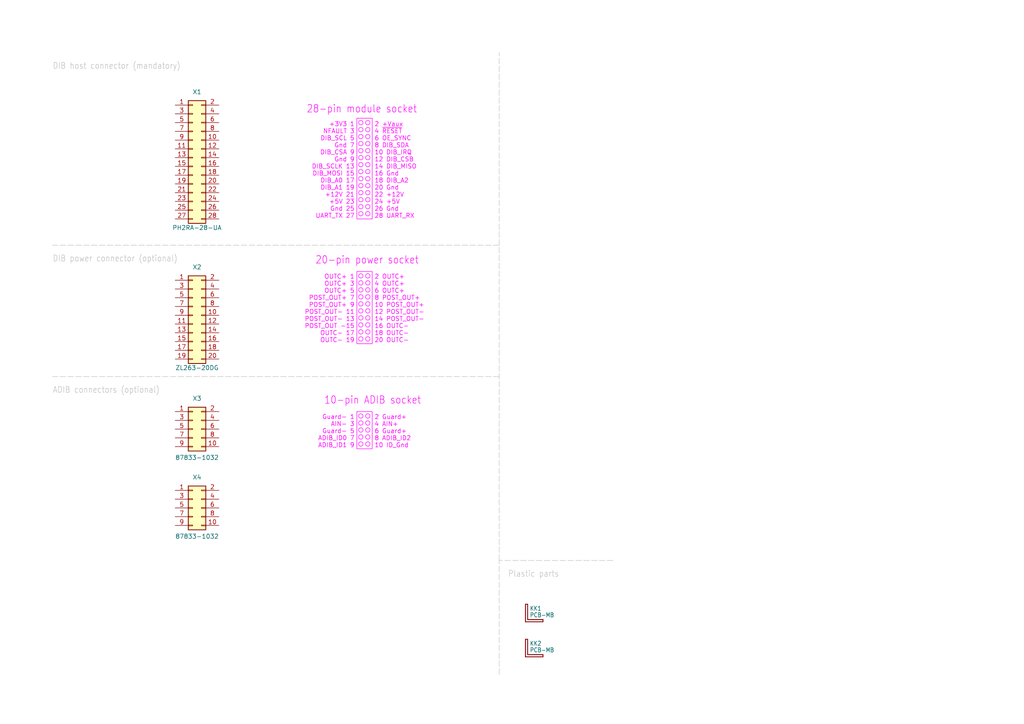
<source format=kicad_sch>
(kicad_sch (version 20230121) (generator eeschema)
  (paper "A4")
  (title_block (title "EEZ DIB module dimensions") (date "2024-01-02") (rev "v1.2") (company "Envox d.o.o."))
  (lib_symbols
    (symbol "PCM_EEZ_connectors:Conn_2Rows-10Pins" (pin_names (offset 1.016) hide)
      (property "Reference" "X" (at 6.35 2.54 0))
      (symbol "Conn_2Rows-10Pins_1_1"
        (rectangle (start 3.81 -10.033) (end 5.08 -10.287) (stroke (width 0.1524)))
        (rectangle (start 3.81 -7.493) (end 5.08 -7.747) (stroke (width 0.1524)))
        (rectangle (start 3.81 -4.953) (end 5.08 -5.207) (stroke (width 0.1524)))
        (rectangle (start 3.81 -2.413) (end 5.08 -2.667) (stroke (width 0.1524)))
        (rectangle (start 3.81 0.127) (end 5.08 -0.127) (stroke (width 0.1524)))
        (rectangle (start 3.81 1.27) (end 8.89 -11.43) (stroke (width 0.254)) (fill (type background)))
        (rectangle (start 8.89 -10.033) (end 7.62 -10.287) (stroke (width 0.1524)))
        (rectangle (start 8.89 -7.493) (end 7.62 -7.747) (stroke (width 0.1524)))
        (rectangle (start 8.89 -4.953) (end 7.62 -5.207) (stroke (width 0.1524)))
        (rectangle (start 8.89 -2.413) (end 7.62 -2.667) (stroke (width 0.1524)))
        (rectangle (start 8.89 0.127) (end 7.62 -0.127) (stroke (width 0.1524)))
        (pin passive line (at 0 0 0) (length 3.81) (name "Pin_1") (number "1"))
        (pin passive line (at 12.7 -10.16 180) (length 3.81) (name "Pin_10") (number "10"))
        (pin passive line (at 12.7 0 180) (length 3.81) (name "Pin_2") (number "2"))
        (pin passive line (at 0 -2.54 0) (length 3.81) (name "Pin_3") (number "3"))
        (pin passive line (at 12.7 -2.54 180) (length 3.81) (name "Pin_4") (number "4"))
        (pin passive line (at 0 -5.08 0) (length 3.81) (name "Pin_5") (number "5"))
        (pin passive line (at 12.7 -5.08 180) (length 3.81) (name "Pin_6") (number "6"))
        (pin passive line (at 0 -7.62 0) (length 3.81) (name "Pin_7") (number "7"))
        (pin passive line (at 12.7 -7.62 180) (length 3.81) (name "Pin_8") (number "8"))
        (pin passive line (at 0 -10.16 0) (length 3.81) (name "Pin_9") (number "9"))
      )
    )
    (symbol "PCM_EEZ_connectors:Conn_2Rows-20Pins" (pin_names (offset 1.016) hide)
      (property "Reference" "X" (at 6.35 2.54 0))
      (symbol "Conn_2Rows-20Pins_1_1"
        (rectangle (start 3.81 -22.733) (end 5.08 -22.987) (stroke (width 0.1524)))
        (rectangle (start 3.81 -20.193) (end 5.08 -20.447) (stroke (width 0.1524)))
        (rectangle (start 3.81 -17.653) (end 5.08 -17.907) (stroke (width 0.1524)))
        (rectangle (start 3.81 -15.113) (end 5.08 -15.367) (stroke (width 0.1524)))
        (rectangle (start 3.81 -12.573) (end 5.08 -12.827) (stroke (width 0.1524)))
        (rectangle (start 3.81 -10.033) (end 5.08 -10.287) (stroke (width 0.1524)))
        (rectangle (start 3.81 -7.493) (end 5.08 -7.747) (stroke (width 0.1524)))
        (rectangle (start 3.81 -4.953) (end 5.08 -5.207) (stroke (width 0.1524)))
        (rectangle (start 3.81 -2.413) (end 5.08 -2.667) (stroke (width 0.1524)))
        (rectangle (start 3.81 0.127) (end 5.08 -0.127) (stroke (width 0.1524)))
        (rectangle (start 3.81 1.27) (end 8.89 -24.13) (stroke (width 0.254)) (fill (type background)))
        (rectangle (start 8.89 -22.733) (end 7.62 -22.987) (stroke (width 0.1524)))
        (rectangle (start 8.89 -20.193) (end 7.62 -20.447) (stroke (width 0.1524)))
        (rectangle (start 8.89 -17.653) (end 7.62 -17.907) (stroke (width 0.1524)))
        (rectangle (start 8.89 -15.113) (end 7.62 -15.367) (stroke (width 0.1524)))
        (rectangle (start 8.89 -12.573) (end 7.62 -12.827) (stroke (width 0.1524)))
        (rectangle (start 8.89 -10.033) (end 7.62 -10.287) (stroke (width 0.1524)))
        (rectangle (start 8.89 -7.493) (end 7.62 -7.747) (stroke (width 0.1524)))
        (rectangle (start 8.89 -4.953) (end 7.62 -5.207) (stroke (width 0.1524)))
        (rectangle (start 8.89 -2.413) (end 7.62 -2.667) (stroke (width 0.1524)))
        (rectangle (start 8.89 0.127) (end 7.62 -0.127) (stroke (width 0.1524)))
        (pin passive line (at 0 0 0) (length 3.81) (name "Pin_1") (number "1"))
        (pin passive line (at 12.7 -10.16 180) (length 3.81) (name "Pin_10") (number "10"))
        (pin passive line (at 0 -12.7 0) (length 3.81) (name "Pin_11") (number "11"))
        (pin passive line (at 12.7 -12.7 180) (length 3.81) (name "Pin_12") (number "12"))
        (pin passive line (at 0 -15.24 0) (length 3.81) (name "Pin_13") (number "13"))
        (pin passive line (at 12.7 -15.24 180) (length 3.81) (name "Pin_14") (number "14"))
        (pin passive line (at 0 -17.78 0) (length 3.81) (name "Pin_15") (number "15"))
        (pin passive line (at 12.7 -17.78 180) (length 3.81) (name "Pin_16") (number "16"))
        (pin passive line (at 0 -20.32 0) (length 3.81) (name "Pin_17") (number "17"))
        (pin passive line (at 12.7 -20.32 180) (length 3.81) (name "Pin_18") (number "18"))
        (pin passive line (at 0 -22.86 0) (length 3.81) (name "Pin_19") (number "19"))
        (pin passive line (at 12.7 0 180) (length 3.81) (name "Pin_2") (number "2"))
        (pin passive line (at 12.7 -22.86 180) (length 3.81) (name "Pin_20") (number "20"))
        (pin passive line (at 0 -2.54 0) (length 3.81) (name "Pin_3") (number "3"))
        (pin passive line (at 12.7 -2.54 180) (length 3.81) (name "Pin_4") (number "4"))
        (pin passive line (at 0 -5.08 0) (length 3.81) (name "Pin_5") (number "5"))
        (pin passive line (at 12.7 -5.08 180) (length 3.81) (name "Pin_6") (number "6"))
        (pin passive line (at 0 -7.62 0) (length 3.81) (name "Pin_7") (number "7"))
        (pin passive line (at 12.7 -7.62 180) (length 3.81) (name "Pin_8") (number "8"))
        (pin passive line (at 0 -10.16 0) (length 3.81) (name "Pin_9") (number "9"))
      )
    )
    (symbol "PCM_EEZ_connectors:Conn_2Rows-28Pins" (pin_names (offset 1.016) hide)
      (property "Reference" "X" (at 6.35 2.54 0))
      (symbol "Conn_2Rows-28Pins_1_1"
        (rectangle (start 3.81 -32.893) (end 5.08 -33.147) (stroke (width 0.1524)))
        (rectangle (start 3.81 -30.353) (end 5.08 -30.607) (stroke (width 0.1524)))
        (rectangle (start 3.81 -27.813) (end 5.08 -28.067) (stroke (width 0.1524)))
        (rectangle (start 3.81 -25.273) (end 5.08 -25.527) (stroke (width 0.1524)))
        (rectangle (start 3.81 -22.733) (end 5.08 -22.987) (stroke (width 0.1524)))
        (rectangle (start 3.81 -20.193) (end 5.08 -20.447) (stroke (width 0.1524)))
        (rectangle (start 3.81 -17.653) (end 5.08 -17.907) (stroke (width 0.1524)))
        (rectangle (start 3.81 -15.113) (end 5.08 -15.367) (stroke (width 0.1524)))
        (rectangle (start 3.81 -12.573) (end 5.08 -12.827) (stroke (width 0.1524)))
        (rectangle (start 3.81 -10.033) (end 5.08 -10.287) (stroke (width 0.1524)))
        (rectangle (start 3.81 -7.493) (end 5.08 -7.747) (stroke (width 0.1524)))
        (rectangle (start 3.81 -4.953) (end 5.08 -5.207) (stroke (width 0.1524)))
        (rectangle (start 3.81 -2.413) (end 5.08 -2.667) (stroke (width 0.1524)))
        (rectangle (start 3.81 0.127) (end 5.08 -0.127) (stroke (width 0.1524)))
        (rectangle (start 3.81 1.27) (end 8.89 -34.29) (stroke (width 0.254)) (fill (type background)))
        (rectangle (start 8.89 -32.893) (end 7.62 -33.147) (stroke (width 0.1524)))
        (rectangle (start 8.89 -30.353) (end 7.62 -30.607) (stroke (width 0.1524)))
        (rectangle (start 8.89 -27.813) (end 7.62 -28.067) (stroke (width 0.1524)))
        (rectangle (start 8.89 -25.273) (end 7.62 -25.527) (stroke (width 0.1524)))
        (rectangle (start 8.89 -22.733) (end 7.62 -22.987) (stroke (width 0.1524)))
        (rectangle (start 8.89 -20.193) (end 7.62 -20.447) (stroke (width 0.1524)))
        (rectangle (start 8.89 -17.653) (end 7.62 -17.907) (stroke (width 0.1524)))
        (rectangle (start 8.89 -15.113) (end 7.62 -15.367) (stroke (width 0.1524)))
        (rectangle (start 8.89 -12.573) (end 7.62 -12.827) (stroke (width 0.1524)))
        (rectangle (start 8.89 -10.033) (end 7.62 -10.287) (stroke (width 0.1524)))
        (rectangle (start 8.89 -7.493) (end 7.62 -7.747) (stroke (width 0.1524)))
        (rectangle (start 8.89 -4.953) (end 7.62 -5.207) (stroke (width 0.1524)))
        (rectangle (start 8.89 -2.413) (end 7.62 -2.667) (stroke (width 0.1524)))
        (rectangle (start 8.89 0.127) (end 7.62 -0.127) (stroke (width 0.1524)))
        (pin passive line (at 0 0 0) (length 3.81) (name "Pin_1") (number "1"))
        (pin passive line (at 12.7 -10.16 180) (length 3.81) (name "Pin_10") (number "10"))
        (pin passive line (at 0 -12.7 0) (length 3.81) (name "Pin_11") (number "11"))
        (pin passive line (at 12.7 -12.7 180) (length 3.81) (name "Pin_12") (number "12"))
        (pin passive line (at 0 -15.24 0) (length 3.81) (name "Pin_13") (number "13"))
        (pin passive line (at 12.7 -15.24 180) (length 3.81) (name "Pin_14") (number "14"))
        (pin passive line (at 0 -17.78 0) (length 3.81) (name "Pin_15") (number "15"))
        (pin passive line (at 12.7 -17.78 180) (length 3.81) (name "Pin_16") (number "16"))
        (pin passive line (at 0 -20.32 0) (length 3.81) (name "Pin_17") (number "17"))
        (pin passive line (at 12.7 -20.32 180) (length 3.81) (name "Pin_18") (number "18"))
        (pin passive line (at 0 -22.86 0) (length 3.81) (name "Pin_19") (number "19"))
        (pin passive line (at 12.7 0 180) (length 3.81) (name "Pin_2") (number "2"))
        (pin passive line (at 12.7 -22.86 180) (length 3.81) (name "Pin_20") (number "20"))
        (pin passive line (at 0 -25.4 0) (length 3.81) (name "Pin_21") (number "21"))
        (pin passive line (at 12.7 -25.4 180) (length 3.81) (name "Pin_22") (number "22"))
        (pin passive line (at 0 -27.94 0) (length 3.81) (name "Pin_23") (number "23"))
        (pin passive line (at 12.7 -27.94 180) (length 3.81) (name "Pin_24") (number "24"))
        (pin passive line (at 0 -30.48 0) (length 3.81) (name "Pin_25") (number "25"))
        (pin passive line (at 12.7 -30.48 180) (length 3.81) (name "Pin_26") (number "26"))
        (pin passive line (at 0 -33.02 0) (length 3.81) (name "Pin_27") (number "27"))
        (pin passive line (at 12.7 -33.02 180) (length 3.81) (name "Pin_28") (number "28"))
        (pin passive line (at 0 -2.54 0) (length 3.81) (name "Pin_3") (number "3"))
        (pin passive line (at 12.7 -2.54 180) (length 3.81) (name "Pin_4") (number "4"))
        (pin passive line (at 0 -5.08 0) (length 3.81) (name "Pin_5") (number "5"))
        (pin passive line (at 12.7 -5.08 180) (length 3.81) (name "Pin_6") (number "6"))
        (pin passive line (at 0 -7.62 0) (length 3.81) (name "Pin_7") (number "7"))
        (pin passive line (at 12.7 -7.62 180) (length 3.81) (name "Pin_8") (number "8"))
        (pin passive line (at 0 -10.16 0) (length 3.81) (name "Pin_9") (number "9"))
      )
    )
    (symbol "PCM_EEZ_unsorted:PCB-MB-01"
      (property "Reference" "KK" (at 1.27 3.175 0))
      (property "Value" "PCB-MB-01" (at 1.27 1.27 0))
      (symbol "PCB-MB-01_1_0"
        (polyline (pts (xy 0 0) (xy 5.08 0)) (stroke (width 0.254)))
        (polyline (pts (xy 0 5.08) (xy 0 0)) (stroke (width 0.254)))
        (polyline (pts (xy 0.635 0.635) (xy 0.635 5.08)) (stroke (width 0.254)))
        (polyline (pts (xy 0.635 5.08) (xy 0 5.08)) (stroke (width 0.254)))
        (polyline (pts (xy 5.08 0) (xy 5.08 0.635)) (stroke (width 0.254)))
        (polyline (pts (xy 5.08 0.635) (xy 0.635 0.635)) (stroke (width 0.254)))
      )
    )
  )
  (polyline (pts (xy 177.8 162.56) (xy 144.78 162.56)) (stroke (width 0.1524) (type dash) (color 194 194 194 1)))
  (polyline (pts (xy 144.78 71.12) (xy 15.24 71.12)) (stroke (width 0.1524) (type dash) (color 194 194 194 1)))
  (polyline (pts (xy 144.78 195.58) (xy 144.78 162.56)) (stroke (width 0.1524) (type dash) (color 194 194 194 1)))
  (polyline (pts (xy 144.78 109.22) (xy 15.24 109.22)) (stroke (width 0.1524) (type dash) (color 194 194 194 1)))
  (polyline (pts (xy 144.78 162.56) (xy 144.78 15.24)) (stroke (width 0.1524) (type dash) (color 194 194 194 1)))
  (circle (center 104.648 37.592) (radius 0.635) (stroke (width 0.1524) (color 255 0 255 1)))
  (rectangle (start 103.505 78.74) (end 107.95 99.695) (stroke (width 0) (color 255 0 255 1)))
  (circle (center 106.68 120.65) (radius 0.635) (stroke (width 0.1524) (color 255 0 255 1)))
  (circle (center 104.648 86.106) (radius 0.635) (stroke (width 0.1524) (color 255 0 255 1)))
  (circle (center 106.68 39.624) (radius 0.635) (stroke (width 0.1524) (color 255 0 255 1)))
  (circle (center 104.648 88.138) (radius 0.635) (stroke (width 0.1524) (color 255 0 255 1)))
  (circle (center 104.648 128.778) (radius 0.635) (stroke (width 0.1524) (color 255 0 255 1)))
  (rectangle (start 103.505 34.29) (end 107.95 63.5) (stroke (width 0) (color 255 0 255 1)))
  (circle (center 104.648 45.72) (radius 0.635) (stroke (width 0.1524) (color 255 0 255 1)))
  (circle (center 106.68 88.138) (radius 0.635) (stroke (width 0.1524) (color 255 0 255 1)))
  (circle (center 106.68 43.688) (radius 0.635) (stroke (width 0.1524) (color 255 0 255 1)))
  (circle (center 106.68 55.88) (radius 0.635) (stroke (width 0.1524) (color 255 0 255 1)))
  (circle (center 106.68 35.56) (radius 0.635) (stroke (width 0.1524) (color 255 0 255 1)))
  (circle (center 104.648 84.074) (radius 0.635) (stroke (width 0.1524) (color 255 0 255 1)))
  (circle (center 104.648 57.912) (radius 0.635) (stroke (width 0.1524) (color 255 0 255 1)))
  (circle (center 106.68 90.17) (radius 0.635) (stroke (width 0.1524) (color 255 0 255 1)))
  (circle (center 106.68 124.714) (radius 0.635) (stroke (width 0.1524) (color 255 0 255 1)))
  (circle (center 106.68 96.266) (radius 0.635) (stroke (width 0.1524) (color 255 0 255 1)))
  (circle (center 106.68 57.912) (radius 0.635) (stroke (width 0.1524) (color 255 0 255 1)))
  (circle (center 106.68 126.746) (radius 0.635) (stroke (width 0.1524) (color 255 0 255 1)))
  (circle (center 106.68 94.234) (radius 0.635) (stroke (width 0.1524) (color 255 0 255 1)))
  (circle (center 104.648 59.944) (radius 0.635) (stroke (width 0.1524) (color 255 0 255 1)))
  (circle (center 106.68 86.106) (radius 0.635) (stroke (width 0.1524) (color 255 0 255 1)))
  (circle (center 104.648 35.56) (radius 0.635) (stroke (width 0.1524) (color 255 0 255 1)))
  (circle (center 106.68 82.042) (radius 0.635) (stroke (width 0.1524) (color 255 0 255 1)))
  (circle (center 106.68 80.01) (radius 0.635) (stroke (width 0.1524) (color 255 0 255 1)))
  (circle (center 104.648 53.848) (radius 0.635) (stroke (width 0.1524) (color 255 0 255 1)))
  (circle (center 106.68 37.592) (radius 0.635) (stroke (width 0.1524) (color 255 0 255 1)))
  (circle (center 106.68 84.074) (radius 0.635) (stroke (width 0.1524) (color 255 0 255 1)))
  (circle (center 104.648 61.976) (radius 0.635) (stroke (width 0.1524) (color 255 0 255 1)))
  (circle (center 104.648 124.714) (radius 0.635) (stroke (width 0.1524) (color 255 0 255 1)))
  (rectangle (start 103.505 119.38) (end 107.95 130.175) (stroke (width 0) (color 255 0 255 1)))
  (circle (center 104.648 126.746) (radius 0.635) (stroke (width 0.1524) (color 255 0 255 1)))
  (circle (center 104.648 98.298) (radius 0.635) (stroke (width 0.1524) (color 255 0 255 1)))
  (circle (center 106.68 49.784) (radius 0.635) (stroke (width 0.1524) (color 255 0 255 1)))
  (circle (center 106.68 45.72) (radius 0.635) (stroke (width 0.1524) (color 255 0 255 1)))
  (circle (center 106.68 92.202) (radius 0.635) (stroke (width 0.1524) (color 255 0 255 1)))
  (circle (center 104.648 41.656) (radius 0.635) (stroke (width 0.1524) (color 255 0 255 1)))
  (circle (center 104.648 51.816) (radius 0.635) (stroke (width 0.1524) (color 255 0 255 1)))
  (circle (center 104.648 55.88) (radius 0.635) (stroke (width 0.1524) (color 255 0 255 1)))
  (circle (center 104.648 120.65) (radius 0.635) (stroke (width 0.1524) (color 255 0 255 1)))
  (circle (center 104.648 122.682) (radius 0.635) (stroke (width 0.1524) (color 255 0 255 1)))
  (circle (center 106.68 51.816) (radius 0.635) (stroke (width 0.1524) (color 255 0 255 1)))
  (circle (center 106.68 47.752) (radius 0.635) (stroke (width 0.1524) (color 255 0 255 1)))
  (circle (center 106.68 98.298) (radius 0.635) (stroke (width 0.1524) (color 255 0 255 1)))
  (circle (center 104.648 82.042) (radius 0.635) (stroke (width 0.1524) (color 255 0 255 1)))
  (circle (center 106.68 122.682) (radius 0.635) (stroke (width 0.1524) (color 255 0 255 1)))
  (circle (center 106.68 53.848) (radius 0.635) (stroke (width 0.1524) (color 255 0 255 1)))
  (circle (center 104.648 90.17) (radius 0.635) (stroke (width 0.1524) (color 255 0 255 1)))
  (circle (center 106.68 59.944) (radius 0.635) (stroke (width 0.1524) (color 255 0 255 1)))
  (circle (center 104.648 47.752) (radius 0.635) (stroke (width 0.1524) (color 255 0 255 1)))
  (circle (center 104.648 43.688) (radius 0.635) (stroke (width 0.1524) (color 255 0 255 1)))
  (circle (center 104.648 92.202) (radius 0.635) (stroke (width 0.1524) (color 255 0 255 1)))
  (circle (center 104.648 49.784) (radius 0.635) (stroke (width 0.1524) (color 255 0 255 1)))
  (circle (center 106.68 128.778) (radius 0.635) (stroke (width 0.1524) (color 255 0 255 1)))
  (circle (center 104.648 94.234) (radius 0.635) (stroke (width 0.1524) (color 255 0 255 1)))
  (circle (center 106.68 61.976) (radius 0.635) (stroke (width 0.1524) (color 255 0 255 1)))
  (circle (center 104.648 80.01) (radius 0.635) (stroke (width 0.1524) (color 255 0 255 1)))
  (circle (center 104.648 96.266) (radius 0.635) (stroke (width 0.1524) (color 255 0 255 1)))
  (circle (center 106.68 41.656) (radius 0.635) (stroke (width 0.1524) (color 255 0 255 1)))
  (circle (center 104.648 39.624) (radius 0.635) (stroke (width 0.1524) (color 255 0 255 1)))
  (text "ADIB connectors (optional)" (at 15.24 114.3 0) (effects (font (size 1.778 1.5113)) (justify left bottom)))
  (text "10-pin ADIB socket" (at 93.98 117.475 0) (effects (font (size 2.1844 1.8567)) (justify left bottom)))
  (text "+3V3 1\nNFAULT 3\nDIB_SCL 5\nGnd 7\nDIB_CSA 9\nGnd 9\nDIB_SCLK 13\nDIB_MOSI 15\nDIB_A0 17\nDIB_A1 19\n+12V 21\n+5V 23\nGnd 25\nUART_TX 27\n" (at 102.87 63.5 0) (effects (font (size 1.27 1.27)) (justify right bottom)))
  (text "20-pin power socket" (at 91.44 76.835 0) (effects (font (size 2.1844 1.8567)) (justify left bottom)))
  (text "28-pin module socket" (at 88.9 33.02 0) (effects (font (size 2.1844 1.8567)) (justify left bottom)))
  (text "Guard- 1\nAIN- 3\nGuard- 5\nADIB_ID0 7\nADIB_ID1 9\n\n" (at 102.87 132.08 0) (effects (font (size 1.27 1.27)) (justify right bottom)))
  (text "2 +Vaux\n4 ~{RESET}\n6 OE_SYNC\n8 DIB_SDA\n10 DIB_IRQ\n12 DIB_CSB\n14 DIB_MISO\n16 Gnd\n18 DIB_A2\n20 Gnd\n22 +12V\n24 +5V\n26 Gnd\n28 UART_RX" (at 108.585 63.5 0) (effects (font (size 1.27 1.27)) (justify left bottom)))
  (text "Plastic parts" (at 147.32 167.64 0) (effects (font (size 1.778 1.5113)) (justify left bottom)))
  (text "DIB power connector (optional)" (at 15.24 76.2 0) (effects (font (size 1.778 1.5113)) (justify left bottom)))
  (text "DIB host connector (mandatory)" (at 15.24 20.32 0) (effects (font (size 1.778 1.5113)) (justify left bottom)))
  (text "2 OUTC+\n4 OUTC+\n6 OUTC+\n8 POST_OUT+\n10 POST_OUT+\n12 POST_OUT-\n14 POST_OUT-\n16 OUTC-\n18 OUTC-\n20 OUTC-\n\n" (at 108.585 101.6 0) (effects (font (size 1.27 1.27)) (justify left bottom)))
  (text "2 Guard+\n4 AIN+\n6 Guard+\n8 ADIB_ID2\n10 ID_Gnd" (at 108.585 130.048 0) (effects (font (size 1.27 1.27)) (justify left bottom)))
  (text "OUTC+ 1\nOUTC+ 3\nOUTC+ 5\nPOST_OUT+ 7\nPOST_OUT+ 9\nPOST_OUT- 11\nPOST_OUT- 13\nPOST_OUT -15\nOUTC- 17\nOUTC- 19\n\n" (at 102.87 101.6 0) (effects (font (size 1.27 1.27)) (justify right bottom)))
  (symbol (lib_id "PCM_EEZ_connectors:Conn_2Rows-28Pins") (at 50.8 30.48 0) (unit 1)
    (property "Reference" "X1" (at 57.15 26.67 0))
    (property "Value" "PH2RA-28-UA" (at 57.15 66.04 0))
    (property "Footprint" "PCM_EEZ_connectors:77317-104-28LF" (effects hide))
    (property "DigiKey" "2057-PH2RA-28-UA-ND" (effects hide))
    (property "Mouser" "649-77317-104-28LF" (effects hide))
    (property "TME" "-" (effects hide))
  )
  (symbol (lib_id "PCM_EEZ_connectors:Conn_2Rows-20Pins") (at 50.8 81.28 0) (unit 1)
    (property "Reference" "X2" (at 57.15 77.47 0))
    (property "Value" "ZL263-20DG" (at 57.15 106.68 0))
    (property "Footprint" "PCM_EEZ_connectors:SSW-110-02-T-D-RA" (effects hide))
    (property "DigiKey" "SAM10030-ND" (effects hide))
    (property "Mouser" "200-SSW11002TDRA" (effects hide))
    (property "TME" "ZL263-20DG" (effects hide))
  )
  (symbol (lib_id "PCM_EEZ_connectors:Conn_2Rows-10Pins") (at 50.8 119.38 0) (unit 1)
    (property "Reference" "X3" (at 57.15 115.57 0))
    (property "Value" "87833-1032" (at 57.15 132.715 0))
    (property "Footprint" "PCM_EEZ_connectors:DS1014-10RF1B" (effects hide))
    (property "DigiKey" "WM8615-ND" (effects hide))
    (property "Mouser" "538-87833-1032 " (effects hide))
    (property "TME" "DS1014-10RF1B" (effects hide))
  )
  (symbol (lib_id "PCM_EEZ_unsorted:PCB-MB-01") (at 152.4 190.5 0) (unit 1)
    (property "Reference" "KK2" (at 153.67 187.325 0) (effects (font (size 1.27 1.0795)) (justify left bottom)))
    (property "Value" "PCB-MB" (at 153.67 189.23 0) (effects (font (size 1.27 1.0795)) (justify left bottom)))
    (property "Footprint" "PCM_EEZ_unsorted:PCB-MB-01" (effects hide))
    (property "DigiKey" "RPC1760-ND" (effects hide))
    (property "Mouser" "144-PCB-MB-01 " (effects hide))
    (property "TME" "RI-PCB-MB-01" (effects hide))
  )
  (symbol (lib_id "PCM_EEZ_connectors:Conn_2Rows-10Pins") (at 50.8 142.24 0) (unit 1)
    (property "Reference" "X4" (at 57.15 138.43 0))
    (property "Value" "87833-1032" (at 57.15 155.575 0))
    (property "Footprint" "PCM_EEZ_connectors:DS1014-10RF1B" (effects hide))
    (property "DigiKey" "WM8615-ND" (effects hide))
    (property "Mouser" "538-87833-1032 " (effects hide))
    (property "TME" "DS1014-10RF1B" (effects hide))
  )
  (symbol (lib_id "PCM_EEZ_unsorted:PCB-MB-01") (at 152.4 180.34 0) (unit 1)
    (property "Reference" "KK1" (at 153.67 177.165 0) (effects (font (size 1.27 1.0795)) (justify left bottom)))
    (property "Value" "PCB-MB" (at 153.67 179.07 0) (effects (font (size 1.27 1.0795)) (justify left bottom)))
    (property "Footprint" "PCM_EEZ_unsorted:PCB-MB-01" (effects hide))
    (property "DigiKey" "RPC1760-ND" (effects hide))
    (property "Mouser" "144-PCB-MB-01 " (effects hide))
    (property "TME" "RI-PCB-MB-01" (effects hide))
  )
)
</source>
